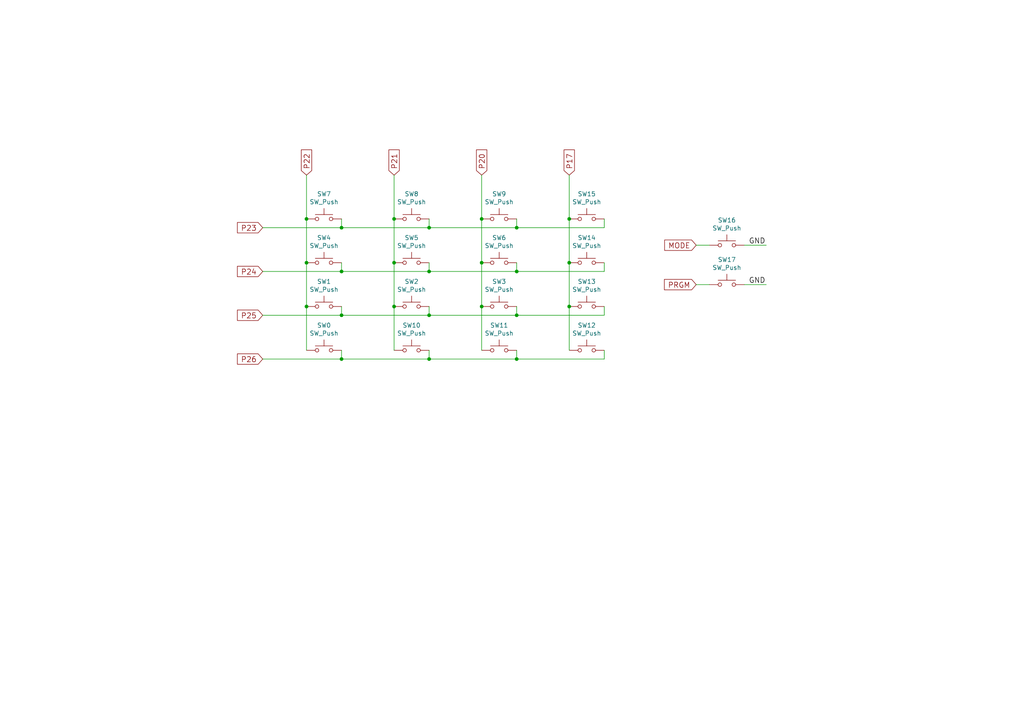
<source format=kicad_sch>
(kicad_sch (version 20211123) (generator eeschema)
  (paper "A4")
  (title_block (title "GPW Keypad") (date "2020-12-20") (rev "31"))
  (lib_symbols
    (symbol "Switch:SW_Push" (pin_numbers hide) (pin_names (offset 1.016) hide)
      (property "Reference" "SW" (at 1.27 2.54 0))
      (property "Value" "Switch_SW_Push" (at 0 -1.524 0))
      (symbol "SW_Push_0_1"
        (circle (center -2.032 0) (radius 0.508))
        (polyline (pts (xy 0 1.27) (xy 0 3.048)))
        (polyline (pts (xy 2.54 1.27) (xy -2.54 1.27)))
        (circle (center 2.032 0) (radius 0.508))
        (pin passive line (at -5.08 0 0) (length 2.54) (name "1") (number "1"))
        (pin passive line (at 5.08 0 180) (length 2.54) (name "2") (number "2"))
      )
    )
  )
  (junction (at 139.7 76.2))
  (junction (at 99.06 91.44))
  (junction (at 149.86 78.74))
  (junction (at 165.1 76.2))
  (junction (at 99.06 78.74))
  (junction (at 99.06 66.04))
  (junction (at 124.46 91.44))
  (junction (at 165.1 63.5))
  (junction (at 88.9 88.9))
  (junction (at 114.3 76.2))
  (junction (at 114.3 63.5))
  (junction (at 114.3 88.9))
  (junction (at 149.86 66.04))
  (junction (at 124.46 66.04))
  (junction (at 88.9 63.5))
  (junction (at 124.46 104.14))
  (junction (at 149.86 91.44))
  (junction (at 149.86 104.14))
  (junction (at 165.1 88.9))
  (junction (at 124.46 78.74))
  (junction (at 139.7 88.9))
  (junction (at 99.06 104.14))
  (junction (at 88.9 76.2))
  (junction (at 139.7 63.5))
  (wire (pts (xy 99.06 63.5) (xy 99.06 66.04)))
  (wire (pts (xy 114.3 50.8) (xy 114.3 63.5)))
  (wire (pts (xy 99.06 66.04) (xy 124.46 66.04)))
  (wire (pts (xy 88.9 76.2) (xy 88.9 88.9)))
  (wire (pts (xy 99.06 76.2) (xy 99.06 78.74)))
  (wire (pts (xy 76.2 66.04) (xy 99.06 66.04)))
  (wire (pts (xy 215.9 82.55) (xy 222.25 82.55)))
  (wire (pts (xy 99.06 101.6) (xy 99.06 104.14)))
  (wire (pts (xy 124.46 78.74) (xy 99.06 78.74)))
  (wire (pts (xy 149.86 63.5) (xy 149.86 66.04)))
  (wire (pts (xy 88.9 50.8) (xy 88.9 63.5)))
  (wire (pts (xy 139.7 76.2) (xy 139.7 88.9)))
  (wire (pts (xy 165.1 50.8) (xy 165.1 63.5)))
  (wire (pts (xy 201.93 71.12) (xy 205.74 71.12)))
  (wire (pts (xy 175.26 63.5) (xy 175.26 66.04)))
  (wire (pts (xy 114.3 76.2) (xy 114.3 88.9)))
  (wire (pts (xy 88.9 63.5) (xy 88.9 76.2)))
  (wire (pts (xy 124.46 76.2) (xy 124.46 78.74)))
  (wire (pts (xy 124.46 63.5) (xy 124.46 66.04)))
  (wire (pts (xy 99.06 91.44) (xy 76.2 91.44)))
  (wire (pts (xy 88.9 88.9) (xy 88.9 101.6)))
  (wire (pts (xy 175.26 91.44) (xy 149.86 91.44)))
  (wire (pts (xy 99.06 104.14) (xy 76.2 104.14)))
  (wire (pts (xy 201.93 82.55) (xy 205.74 82.55)))
  (wire (pts (xy 149.86 76.2) (xy 149.86 78.74)))
  (wire (pts (xy 175.26 78.74) (xy 149.86 78.74)))
  (wire (pts (xy 114.3 63.5) (xy 114.3 76.2)))
  (wire (pts (xy 139.7 63.5) (xy 139.7 76.2)))
  (wire (pts (xy 124.46 91.44) (xy 99.06 91.44)))
  (wire (pts (xy 215.9 71.12) (xy 222.25 71.12)))
  (wire (pts (xy 114.3 88.9) (xy 114.3 101.6)))
  (wire (pts (xy 175.26 88.9) (xy 175.26 91.44)))
  (wire (pts (xy 139.7 50.8) (xy 139.7 63.5)))
  (wire (pts (xy 165.1 76.2) (xy 165.1 88.9)))
  (wire (pts (xy 149.86 104.14) (xy 124.46 104.14)))
  (wire (pts (xy 149.86 88.9) (xy 149.86 91.44)))
  (wire (pts (xy 124.46 88.9) (xy 124.46 91.44)))
  (wire (pts (xy 124.46 66.04) (xy 149.86 66.04)))
  (wire (pts (xy 149.86 78.74) (xy 124.46 78.74)))
  (wire (pts (xy 165.1 63.5) (xy 165.1 76.2)))
  (wire (pts (xy 149.86 66.04) (xy 175.26 66.04)))
  (wire (pts (xy 124.46 104.14) (xy 99.06 104.14)))
  (wire (pts (xy 175.26 104.14) (xy 149.86 104.14)))
  (wire (pts (xy 124.46 101.6) (xy 124.46 104.14)))
  (wire (pts (xy 175.26 101.6) (xy 175.26 104.14)))
  (wire (pts (xy 149.86 91.44) (xy 124.46 91.44)))
  (wire (pts (xy 149.86 101.6) (xy 149.86 104.14)))
  (wire (pts (xy 175.26 76.2) (xy 175.26 78.74)))
  (wire (pts (xy 99.06 78.74) (xy 76.2 78.74)))
  (wire (pts (xy 165.1 88.9) (xy 165.1 101.6)))
  (wire (pts (xy 99.06 88.9) (xy 99.06 91.44)))
  (wire (pts (xy 139.7 88.9) (xy 139.7 101.6)))
  (label "GND" (at 217.17 82.55 0) (effects (font (size 1.524 1.524))))
  (label "GND" (at 217.17 71.12 0) (effects (font (size 1.524 1.524))))
  (global_label "PRGM" (shape input) (at 201.93 82.55 180) (effects (font (size 1.524 1.524))) (property "Intersheet References" "${INTERSHEET_REFS}" (effects hide)))
  (global_label "P23" (shape input) (at 76.2 66.04 180) (effects (font (size 1.524 1.524))) (property "Intersheet References" "${INTERSHEET_REFS}" (effects hide)))
  (global_label "P24" (shape input) (at 76.2 78.74 180) (effects (font (size 1.524 1.524))) (property "Intersheet References" "${INTERSHEET_REFS}" (effects hide)))
  (global_label "P17" (shape input) (at 165.1 50.8 90) (effects (font (size 1.524 1.524))) (property "Intersheet References" "${INTERSHEET_REFS}" (effects hide)))
  (global_label "P26" (shape input) (at 76.2 104.14 180) (effects (font (size 1.524 1.524))) (property "Intersheet References" "${INTERSHEET_REFS}" (effects hide)))
  (global_label "P21" (shape input) (at 114.3 50.8 90) (effects (font (size 1.524 1.524))) (property "Intersheet References" "${INTERSHEET_REFS}" (effects hide)))
  (global_label "P22" (shape input) (at 88.9 50.8 90) (effects (font (size 1.524 1.524))) (property "Intersheet References" "${INTERSHEET_REFS}" (effects hide)))
  (global_label "P20" (shape input) (at 139.7 50.8 90) (effects (font (size 1.524 1.524))) (property "Intersheet References" "${INTERSHEET_REFS}" (effects hide)))
  (global_label "P25" (shape input) (at 76.2 91.44 180) (effects (font (size 1.524 1.524))) (property "Intersheet References" "${INTERSHEET_REFS}" (effects hide)))
  (global_label "MODE" (shape input) (at 201.93 71.12 180) (effects (font (size 1.524 1.524))) (property "Intersheet References" "${INTERSHEET_REFS}" (effects hide)))
  (symbol (lib_id "Switch:SW_Push") (at 93.98 63.5 0) (unit 1)
    (property "Reference" "SW7" (at 93.98 56.261 0))
    (property "Value" "SW_Push" (at 93.98 58.5724 0))
    (property "Footprint" "goodpocketwatch31:TL6700" (effects hide))
  )
  (symbol (lib_id "Switch:SW_Push") (at 119.38 63.5 0) (unit 1)
    (property "Reference" "SW8" (at 119.38 56.261 0))
    (property "Value" "SW_Push" (at 119.38 58.5724 0))
    (property "Footprint" "goodpocketwatch31:TL6700" (effects hide))
  )
  (symbol (lib_id "Switch:SW_Push") (at 144.78 63.5 0) (unit 1)
    (property "Reference" "SW9" (at 144.78 56.261 0))
    (property "Value" "SW_Push" (at 144.78 58.5724 0))
    (property "Footprint" "goodpocketwatch31:TL6700" (effects hide))
  )
  (symbol (lib_id "Switch:SW_Push") (at 170.18 63.5 0) (unit 1)
    (property "Reference" "SW15" (at 170.18 56.261 0))
    (property "Value" "SW_Push" (at 170.18 58.5724 0))
    (property "Footprint" "goodpocketwatch31:TL6700" (effects hide))
  )
  (symbol (lib_id "Switch:SW_Push") (at 93.98 76.2 0) (unit 1)
    (property "Reference" "SW4" (at 93.98 68.961 0))
    (property "Value" "SW_Push" (at 93.98 71.2724 0))
    (property "Footprint" "goodpocketwatch31:TL6700" (effects hide))
  )
  (symbol (lib_id "Switch:SW_Push") (at 93.98 88.9 0) (unit 1)
    (property "Reference" "SW1" (at 93.98 81.661 0))
    (property "Value" "SW_Push" (at 93.98 83.9724 0))
    (property "Footprint" "goodpocketwatch31:TL6700" (effects hide))
  )
  (symbol (lib_id "Switch:SW_Push") (at 93.98 101.6 0) (unit 1)
    (property "Reference" "SW0" (at 93.98 94.361 0))
    (property "Value" "SW_Push" (at 93.98 96.6724 0))
    (property "Footprint" "goodpocketwatch31:TL6700" (effects hide))
  )
  (symbol (lib_id "Switch:SW_Push") (at 119.38 76.2 0) (unit 1)
    (property "Reference" "SW5" (at 119.38 68.961 0))
    (property "Value" "SW_Push" (at 119.38 71.2724 0))
    (property "Footprint" "goodpocketwatch31:TL6700" (effects hide))
  )
  (symbol (lib_id "Switch:SW_Push") (at 119.38 88.9 0) (unit 1)
    (property "Reference" "SW2" (at 119.38 81.661 0))
    (property "Value" "SW_Push" (at 119.38 83.9724 0))
    (property "Footprint" "goodpocketwatch31:TL6700" (effects hide))
  )
  (symbol (lib_id "Switch:SW_Push") (at 119.38 101.6 0) (unit 1)
    (property "Reference" "SW10" (at 119.38 94.361 0))
    (property "Value" "SW_Push" (at 119.38 96.6724 0))
    (property "Footprint" "goodpocketwatch31:TL6700" (effects hide))
  )
  (symbol (lib_id "Switch:SW_Push") (at 144.78 76.2 0) (unit 1)
    (property "Reference" "SW6" (at 144.78 68.961 0))
    (property "Value" "SW_Push" (at 144.78 71.2724 0))
    (property "Footprint" "goodpocketwatch31:TL6700" (effects hide))
  )
  (symbol (lib_id "Switch:SW_Push") (at 144.78 88.9 0) (unit 1)
    (property "Reference" "SW3" (at 144.78 81.661 0))
    (property "Value" "SW_Push" (at 144.78 83.9724 0))
    (property "Footprint" "goodpocketwatch31:TL6700" (effects hide))
  )
  (symbol (lib_id "Switch:SW_Push") (at 144.78 101.6 0) (unit 1)
    (property "Reference" "SW11" (at 144.78 94.361 0))
    (property "Value" "SW_Push" (at 144.78 96.6724 0))
    (property "Footprint" "goodpocketwatch31:TL6700" (effects hide))
  )
  (symbol (lib_id "Switch:SW_Push") (at 170.18 76.2 0) (unit 1)
    (property "Reference" "SW14" (at 170.18 68.961 0))
    (property "Value" "SW_Push" (at 170.18 71.2724 0))
    (property "Footprint" "goodpocketwatch31:TL6700" (effects hide))
  )
  (symbol (lib_id "Switch:SW_Push") (at 170.18 88.9 0) (unit 1)
    (property "Reference" "SW13" (at 170.18 81.661 0))
    (property "Value" "SW_Push" (at 170.18 83.9724 0))
    (property "Footprint" "goodpocketwatch31:TL6700" (effects hide))
  )
  (symbol (lib_id "Switch:SW_Push") (at 170.18 101.6 0) (unit 1)
    (property "Reference" "SW12" (at 170.18 94.361 0))
    (property "Value" "SW_Push" (at 170.18 96.6724 0))
    (property "Footprint" "goodpocketwatch31:TL6700" (effects hide))
  )
  (symbol (lib_id "Switch:SW_Push") (at 210.82 71.12 0) (unit 1)
    (property "Reference" "SW16" (at 210.82 63.881 0))
    (property "Value" "SW_Push" (at 210.82 66.1924 0))
    (property "Footprint" "goodpocketwatch31:TL6700" (effects hide))
  )
  (symbol (lib_id "Switch:SW_Push") (at 210.82 82.55 0) (unit 1)
    (property "Reference" "SW17" (at 210.82 75.311 0))
    (property "Value" "SW_Push" (at 210.82 77.6224 0))
    (property "Footprint" "goodpocketwatch31:TL6700" (effects hide))
  )
)
</source>
